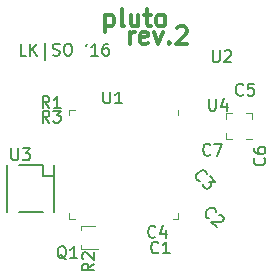
<source format=gto>
G04 #@! TF.GenerationSoftware,KiCad,Pcbnew,5.1.2-f72e74a~84~ubuntu18.04.1*
G04 #@! TF.CreationDate,2019-05-05T19:29:39+02:00*
G04 #@! TF.ProjectId,f-91w,662d3931-772e-46b6-9963-61645f706362,2*
G04 #@! TF.SameCoordinates,Original*
G04 #@! TF.FileFunction,Legend,Top*
G04 #@! TF.FilePolarity,Positive*
%FSLAX46Y46*%
G04 Gerber Fmt 4.6, Leading zero omitted, Abs format (unit mm)*
G04 Created by KiCad (PCBNEW 5.1.2-f72e74a~84~ubuntu18.04.1) date 2019-05-05 19:29:39*
%MOMM*%
%LPD*%
G04 APERTURE LIST*
%ADD10C,0.200000*%
%ADD11C,0.300000*%
%ADD12C,0.120000*%
%ADD13C,0.150000*%
G04 APERTURE END LIST*
D10*
X26805804Y-25793380D02*
X26329614Y-25793380D01*
X26329614Y-24793380D01*
X27139138Y-25793380D02*
X27139138Y-24793380D01*
X27710566Y-25793380D02*
X27281995Y-25221952D01*
X27710566Y-24793380D02*
X27139138Y-25364809D01*
X28377233Y-26126714D02*
X28377233Y-24698142D01*
X29043900Y-25745761D02*
X29186757Y-25793380D01*
X29424852Y-25793380D01*
X29520090Y-25745761D01*
X29567709Y-25698142D01*
X29615328Y-25602904D01*
X29615328Y-25507666D01*
X29567709Y-25412428D01*
X29520090Y-25364809D01*
X29424852Y-25317190D01*
X29234376Y-25269571D01*
X29139138Y-25221952D01*
X29091519Y-25174333D01*
X29043900Y-25079095D01*
X29043900Y-24983857D01*
X29091519Y-24888619D01*
X29139138Y-24841000D01*
X29234376Y-24793380D01*
X29472471Y-24793380D01*
X29615328Y-24841000D01*
X30234376Y-24793380D02*
X30424852Y-24793380D01*
X30520090Y-24841000D01*
X30615328Y-24936238D01*
X30662947Y-25126714D01*
X30662947Y-25460047D01*
X30615328Y-25650523D01*
X30520090Y-25745761D01*
X30424852Y-25793380D01*
X30234376Y-25793380D01*
X30139138Y-25745761D01*
X30043900Y-25650523D01*
X29996280Y-25460047D01*
X29996280Y-25126714D01*
X30043900Y-24936238D01*
X30139138Y-24841000D01*
X30234376Y-24793380D01*
X31901042Y-24793380D02*
X31805804Y-24983857D01*
X32853423Y-25793380D02*
X32281995Y-25793380D01*
X32567709Y-25793380D02*
X32567709Y-24793380D01*
X32472471Y-24936238D01*
X32377233Y-25031476D01*
X32281995Y-25079095D01*
X33710566Y-24793380D02*
X33520090Y-24793380D01*
X33424852Y-24841000D01*
X33377233Y-24888619D01*
X33281995Y-25031476D01*
X33234376Y-25221952D01*
X33234376Y-25602904D01*
X33281995Y-25698142D01*
X33329614Y-25745761D01*
X33424852Y-25793380D01*
X33615328Y-25793380D01*
X33710566Y-25745761D01*
X33758185Y-25698142D01*
X33805804Y-25602904D01*
X33805804Y-25364809D01*
X33758185Y-25269571D01*
X33710566Y-25221952D01*
X33615328Y-25174333D01*
X33424852Y-25174333D01*
X33329614Y-25221952D01*
X33281995Y-25269571D01*
X33234376Y-25364809D01*
D11*
X35553042Y-24819571D02*
X35553042Y-23819571D01*
X35553042Y-24105285D02*
X35624471Y-23962428D01*
X35695900Y-23891000D01*
X35838757Y-23819571D01*
X35981614Y-23819571D01*
X37053042Y-24748142D02*
X36910185Y-24819571D01*
X36624471Y-24819571D01*
X36481614Y-24748142D01*
X36410185Y-24605285D01*
X36410185Y-24033857D01*
X36481614Y-23891000D01*
X36624471Y-23819571D01*
X36910185Y-23819571D01*
X37053042Y-23891000D01*
X37124471Y-24033857D01*
X37124471Y-24176714D01*
X36410185Y-24319571D01*
X37624471Y-23819571D02*
X37981614Y-24819571D01*
X38338757Y-23819571D01*
X38910185Y-24676714D02*
X38981614Y-24748142D01*
X38910185Y-24819571D01*
X38838757Y-24748142D01*
X38910185Y-24676714D01*
X38910185Y-24819571D01*
X39553042Y-23462428D02*
X39624471Y-23391000D01*
X39767328Y-23319571D01*
X40124471Y-23319571D01*
X40267328Y-23391000D01*
X40338757Y-23462428D01*
X40410185Y-23605285D01*
X40410185Y-23748142D01*
X40338757Y-23962428D01*
X39481614Y-24819571D01*
X40410185Y-24819571D01*
X33493900Y-22319571D02*
X33493900Y-23819571D01*
X33493900Y-22391000D02*
X33636757Y-22319571D01*
X33922471Y-22319571D01*
X34065328Y-22391000D01*
X34136757Y-22462428D01*
X34208185Y-22605285D01*
X34208185Y-23033857D01*
X34136757Y-23176714D01*
X34065328Y-23248142D01*
X33922471Y-23319571D01*
X33636757Y-23319571D01*
X33493900Y-23248142D01*
X35065328Y-23319571D02*
X34922471Y-23248142D01*
X34851042Y-23105285D01*
X34851042Y-21819571D01*
X36279614Y-22319571D02*
X36279614Y-23319571D01*
X35636757Y-22319571D02*
X35636757Y-23105285D01*
X35708185Y-23248142D01*
X35851042Y-23319571D01*
X36065328Y-23319571D01*
X36208185Y-23248142D01*
X36279614Y-23176714D01*
X36779614Y-22319571D02*
X37351042Y-22319571D01*
X36993900Y-21819571D02*
X36993900Y-23105285D01*
X37065328Y-23248142D01*
X37208185Y-23319571D01*
X37351042Y-23319571D01*
X38065328Y-23319571D02*
X37922471Y-23248142D01*
X37851042Y-23176714D01*
X37779614Y-23033857D01*
X37779614Y-22605285D01*
X37851042Y-22462428D01*
X37922471Y-22391000D01*
X38065328Y-22319571D01*
X38279614Y-22319571D01*
X38422471Y-22391000D01*
X38493900Y-22462428D01*
X38565328Y-22605285D01*
X38565328Y-23033857D01*
X38493900Y-23176714D01*
X38422471Y-23248142D01*
X38279614Y-23319571D01*
X38065328Y-23319571D01*
D12*
X31433900Y-40231000D02*
X32593900Y-40231000D01*
X31433900Y-42151000D02*
X32843900Y-42151000D01*
X31433900Y-42151000D02*
X31433900Y-41841000D01*
X31433900Y-40231000D02*
X31433900Y-40541000D01*
X39648400Y-30865000D02*
X39648400Y-30390000D01*
X30428400Y-39610000D02*
X30903400Y-39610000D01*
X30428400Y-39135000D02*
X30428400Y-39610000D01*
X30428400Y-30390000D02*
X30903400Y-30390000D01*
X30428400Y-30865000D02*
X30428400Y-30390000D01*
X39648400Y-39610000D02*
X39173400Y-39610000D01*
X39648400Y-39135000D02*
X39648400Y-39610000D01*
X45903900Y-32871000D02*
X45903900Y-32871000D01*
X45403900Y-32871000D02*
X45903900Y-32871000D01*
X45903900Y-31171000D02*
X45903900Y-31171000D01*
X45903900Y-30671000D02*
X45903900Y-31171000D01*
X45403900Y-30671000D02*
X45903900Y-30671000D01*
X44203900Y-30671000D02*
X44203900Y-30671000D01*
X43703900Y-30671000D02*
X44203900Y-30671000D01*
X43703900Y-31171000D02*
X43703900Y-30671000D01*
X43703900Y-32371000D02*
X43703900Y-32371000D01*
X43703900Y-32871000D02*
X43703900Y-32371000D01*
X44203900Y-32871000D02*
X43703900Y-32871000D01*
D13*
X28163400Y-35975000D02*
X28163400Y-35050000D01*
X29113400Y-35975000D02*
X28163400Y-35975000D01*
X29138400Y-35050000D02*
X29138400Y-39000000D01*
X26163400Y-35050000D02*
X28163400Y-35050000D01*
X25188400Y-39000000D02*
X25188400Y-35050000D01*
X28163556Y-39000000D02*
X26163295Y-39000000D01*
X28736833Y-31461380D02*
X28403500Y-30985190D01*
X28165404Y-31461380D02*
X28165404Y-30461380D01*
X28546357Y-30461380D01*
X28641595Y-30509000D01*
X28689214Y-30556619D01*
X28736833Y-30651857D01*
X28736833Y-30794714D01*
X28689214Y-30889952D01*
X28641595Y-30937571D01*
X28546357Y-30985190D01*
X28165404Y-30985190D01*
X29070166Y-30461380D02*
X29689214Y-30461380D01*
X29355880Y-30842333D01*
X29498738Y-30842333D01*
X29593976Y-30889952D01*
X29641595Y-30937571D01*
X29689214Y-31032809D01*
X29689214Y-31270904D01*
X29641595Y-31366142D01*
X29593976Y-31413761D01*
X29498738Y-31461380D01*
X29213023Y-31461380D01*
X29117785Y-31413761D01*
X29070166Y-31366142D01*
X32505480Y-43418466D02*
X32029290Y-43751800D01*
X32505480Y-43989895D02*
X31505480Y-43989895D01*
X31505480Y-43608942D01*
X31553100Y-43513704D01*
X31600719Y-43466085D01*
X31695957Y-43418466D01*
X31838814Y-43418466D01*
X31934052Y-43466085D01*
X31981671Y-43513704D01*
X32029290Y-43608942D01*
X32029290Y-43989895D01*
X31600719Y-43037514D02*
X31553100Y-42989895D01*
X31505480Y-42894657D01*
X31505480Y-42656561D01*
X31553100Y-42561323D01*
X31600719Y-42513704D01*
X31695957Y-42466085D01*
X31791195Y-42466085D01*
X31934052Y-42513704D01*
X32505480Y-43085133D01*
X32505480Y-42466085D01*
X28736833Y-30242180D02*
X28403500Y-29765990D01*
X28165404Y-30242180D02*
X28165404Y-29242180D01*
X28546357Y-29242180D01*
X28641595Y-29289800D01*
X28689214Y-29337419D01*
X28736833Y-29432657D01*
X28736833Y-29575514D01*
X28689214Y-29670752D01*
X28641595Y-29718371D01*
X28546357Y-29765990D01*
X28165404Y-29765990D01*
X29689214Y-30242180D02*
X29117785Y-30242180D01*
X29403500Y-30242180D02*
X29403500Y-29242180D01*
X29308261Y-29385038D01*
X29213023Y-29480276D01*
X29117785Y-29527895D01*
X30179861Y-43037419D02*
X30084623Y-42989800D01*
X29989385Y-42894561D01*
X29846528Y-42751704D01*
X29751290Y-42704085D01*
X29656052Y-42704085D01*
X29703671Y-42942180D02*
X29608433Y-42894561D01*
X29513195Y-42799323D01*
X29465576Y-42608847D01*
X29465576Y-42275514D01*
X29513195Y-42085038D01*
X29608433Y-41989800D01*
X29703671Y-41942180D01*
X29894147Y-41942180D01*
X29989385Y-41989800D01*
X30084623Y-42085038D01*
X30132242Y-42275514D01*
X30132242Y-42608847D01*
X30084623Y-42799323D01*
X29989385Y-42894561D01*
X29894147Y-42942180D01*
X29703671Y-42942180D01*
X31084623Y-42942180D02*
X30513195Y-42942180D01*
X30798909Y-42942180D02*
X30798909Y-41942180D01*
X30703671Y-42085038D01*
X30608433Y-42180276D01*
X30513195Y-42227895D01*
X33323195Y-28835780D02*
X33323195Y-29645304D01*
X33370814Y-29740542D01*
X33418433Y-29788161D01*
X33513671Y-29835780D01*
X33704147Y-29835780D01*
X33799385Y-29788161D01*
X33847004Y-29740542D01*
X33894623Y-29645304D01*
X33894623Y-28835780D01*
X34894623Y-29835780D02*
X34323195Y-29835780D01*
X34608909Y-29835780D02*
X34608909Y-28835780D01*
X34513671Y-28978638D01*
X34418433Y-29073876D01*
X34323195Y-29121495D01*
X37728433Y-41119742D02*
X37680814Y-41167361D01*
X37537957Y-41214980D01*
X37442719Y-41214980D01*
X37299861Y-41167361D01*
X37204623Y-41072123D01*
X37157004Y-40976885D01*
X37109385Y-40786409D01*
X37109385Y-40643552D01*
X37157004Y-40453076D01*
X37204623Y-40357838D01*
X37299861Y-40262600D01*
X37442719Y-40214980D01*
X37537957Y-40214980D01*
X37680814Y-40262600D01*
X37728433Y-40310219D01*
X38585576Y-40548314D02*
X38585576Y-41214980D01*
X38347480Y-40167361D02*
X38109385Y-40881647D01*
X38728433Y-40881647D01*
X41487110Y-36426887D02*
X41419767Y-36426887D01*
X41285080Y-36359543D01*
X41217736Y-36292200D01*
X41150393Y-36157512D01*
X41150393Y-36022825D01*
X41184064Y-35921810D01*
X41285080Y-35753451D01*
X41386095Y-35652436D01*
X41554454Y-35551421D01*
X41655469Y-35517749D01*
X41790156Y-35517749D01*
X41924843Y-35585093D01*
X41992187Y-35652436D01*
X42059530Y-35787123D01*
X42059530Y-35854467D01*
X42362576Y-36022825D02*
X42800309Y-36460558D01*
X42295232Y-36494230D01*
X42396248Y-36595245D01*
X42429919Y-36696261D01*
X42429919Y-36763604D01*
X42396248Y-36864619D01*
X42227889Y-37032978D01*
X42126874Y-37066650D01*
X42059530Y-37066650D01*
X41958515Y-37032978D01*
X41756484Y-36830948D01*
X41722812Y-36729932D01*
X41722812Y-36662589D01*
X42299910Y-39576487D02*
X42232567Y-39576487D01*
X42097880Y-39509143D01*
X42030536Y-39441800D01*
X41963193Y-39307112D01*
X41963193Y-39172425D01*
X41996864Y-39071410D01*
X42097880Y-38903051D01*
X42198895Y-38802036D01*
X42367254Y-38701021D01*
X42468269Y-38667349D01*
X42602956Y-38667349D01*
X42737643Y-38734693D01*
X42804987Y-38802036D01*
X42872330Y-38936723D01*
X42872330Y-39004067D01*
X43141704Y-39273441D02*
X43209048Y-39273441D01*
X43310063Y-39307112D01*
X43478422Y-39475471D01*
X43512093Y-39576487D01*
X43512093Y-39643830D01*
X43478422Y-39744845D01*
X43411078Y-39812189D01*
X43276391Y-39879532D01*
X42468269Y-39879532D01*
X42906002Y-40317265D01*
X37982433Y-42440542D02*
X37934814Y-42488161D01*
X37791957Y-42535780D01*
X37696719Y-42535780D01*
X37553861Y-42488161D01*
X37458623Y-42392923D01*
X37411004Y-42297685D01*
X37363385Y-42107209D01*
X37363385Y-41964352D01*
X37411004Y-41773876D01*
X37458623Y-41678638D01*
X37553861Y-41583400D01*
X37696719Y-41535780D01*
X37791957Y-41535780D01*
X37934814Y-41583400D01*
X37982433Y-41631019D01*
X38934814Y-42535780D02*
X38363385Y-42535780D01*
X38649100Y-42535780D02*
X38649100Y-41535780D01*
X38553861Y-41678638D01*
X38458623Y-41773876D01*
X38363385Y-41821495D01*
X45145233Y-29080142D02*
X45097614Y-29127761D01*
X44954757Y-29175380D01*
X44859519Y-29175380D01*
X44716661Y-29127761D01*
X44621423Y-29032523D01*
X44573804Y-28937285D01*
X44526185Y-28746809D01*
X44526185Y-28603952D01*
X44573804Y-28413476D01*
X44621423Y-28318238D01*
X44716661Y-28223000D01*
X44859519Y-28175380D01*
X44954757Y-28175380D01*
X45097614Y-28223000D01*
X45145233Y-28270619D01*
X46049995Y-28175380D02*
X45573804Y-28175380D01*
X45526185Y-28651571D01*
X45573804Y-28603952D01*
X45669042Y-28556333D01*
X45907138Y-28556333D01*
X46002376Y-28603952D01*
X46049995Y-28651571D01*
X46097614Y-28746809D01*
X46097614Y-28984904D01*
X46049995Y-29080142D01*
X46002376Y-29127761D01*
X45907138Y-29175380D01*
X45669042Y-29175380D01*
X45573804Y-29127761D01*
X45526185Y-29080142D01*
X42374233Y-34160142D02*
X42326614Y-34207761D01*
X42183757Y-34255380D01*
X42088519Y-34255380D01*
X41945661Y-34207761D01*
X41850423Y-34112523D01*
X41802804Y-34017285D01*
X41755185Y-33826809D01*
X41755185Y-33683952D01*
X41802804Y-33493476D01*
X41850423Y-33398238D01*
X41945661Y-33303000D01*
X42088519Y-33255380D01*
X42183757Y-33255380D01*
X42326614Y-33303000D01*
X42374233Y-33350619D01*
X42707566Y-33255380D02*
X43374233Y-33255380D01*
X42945661Y-34255380D01*
X46939042Y-34477666D02*
X46986661Y-34525285D01*
X47034280Y-34668142D01*
X47034280Y-34763380D01*
X46986661Y-34906238D01*
X46891423Y-35001476D01*
X46796185Y-35049095D01*
X46605709Y-35096714D01*
X46462852Y-35096714D01*
X46272376Y-35049095D01*
X46177138Y-35001476D01*
X46081900Y-34906238D01*
X46034280Y-34763380D01*
X46034280Y-34668142D01*
X46081900Y-34525285D01*
X46129519Y-34477666D01*
X46034280Y-33620523D02*
X46034280Y-33811000D01*
X46081900Y-33906238D01*
X46129519Y-33953857D01*
X46272376Y-34049095D01*
X46462852Y-34096714D01*
X46843804Y-34096714D01*
X46939042Y-34049095D01*
X46986661Y-34001476D01*
X47034280Y-33906238D01*
X47034280Y-33715761D01*
X46986661Y-33620523D01*
X46939042Y-33572904D01*
X46843804Y-33525285D01*
X46605709Y-33525285D01*
X46510471Y-33572904D01*
X46462852Y-33620523D01*
X46415233Y-33715761D01*
X46415233Y-33906238D01*
X46462852Y-34001476D01*
X46510471Y-34049095D01*
X46605709Y-34096714D01*
X42263995Y-29445380D02*
X42263995Y-30254904D01*
X42311614Y-30350142D01*
X42359233Y-30397761D01*
X42454471Y-30445380D01*
X42644947Y-30445380D01*
X42740185Y-30397761D01*
X42787804Y-30350142D01*
X42835423Y-30254904D01*
X42835423Y-29445380D01*
X43740185Y-29778714D02*
X43740185Y-30445380D01*
X43502090Y-29397761D02*
X43263995Y-30112047D01*
X43883042Y-30112047D01*
X42581995Y-25343380D02*
X42581995Y-26152904D01*
X42629614Y-26248142D01*
X42677233Y-26295761D01*
X42772471Y-26343380D01*
X42962947Y-26343380D01*
X43058185Y-26295761D01*
X43105804Y-26248142D01*
X43153423Y-26152904D01*
X43153423Y-25343380D01*
X43581995Y-25438619D02*
X43629614Y-25391000D01*
X43724852Y-25343380D01*
X43962947Y-25343380D01*
X44058185Y-25391000D01*
X44105804Y-25438619D01*
X44153423Y-25533857D01*
X44153423Y-25629095D01*
X44105804Y-25771952D01*
X43534376Y-26343380D01*
X44153423Y-26343380D01*
X25531995Y-33643380D02*
X25531995Y-34452904D01*
X25579614Y-34548142D01*
X25627233Y-34595761D01*
X25722471Y-34643380D01*
X25912947Y-34643380D01*
X26008185Y-34595761D01*
X26055804Y-34548142D01*
X26103423Y-34452904D01*
X26103423Y-33643380D01*
X26484376Y-33643380D02*
X27103423Y-33643380D01*
X26770090Y-34024333D01*
X26912947Y-34024333D01*
X27008185Y-34071952D01*
X27055804Y-34119571D01*
X27103423Y-34214809D01*
X27103423Y-34452904D01*
X27055804Y-34548142D01*
X27008185Y-34595761D01*
X26912947Y-34643380D01*
X26627233Y-34643380D01*
X26531995Y-34595761D01*
X26484376Y-34548142D01*
M02*

</source>
